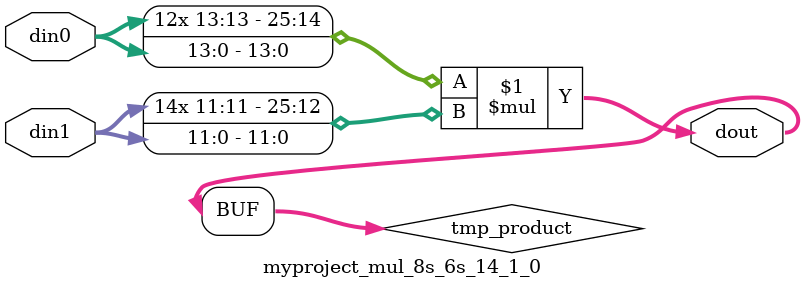
<source format=v>

`timescale 1 ns / 1 ps

  module myproject_mul_8s_6s_14_1_0(din0, din1, dout);
parameter ID = 1;
parameter NUM_STAGE = 0;
parameter din0_WIDTH = 14;
parameter din1_WIDTH = 12;
parameter dout_WIDTH = 26;

input [din0_WIDTH - 1 : 0] din0; 
input [din1_WIDTH - 1 : 0] din1; 
output [dout_WIDTH - 1 : 0] dout;

wire signed [dout_WIDTH - 1 : 0] tmp_product;













assign tmp_product = $signed(din0) * $signed(din1);








assign dout = tmp_product;







endmodule

</source>
